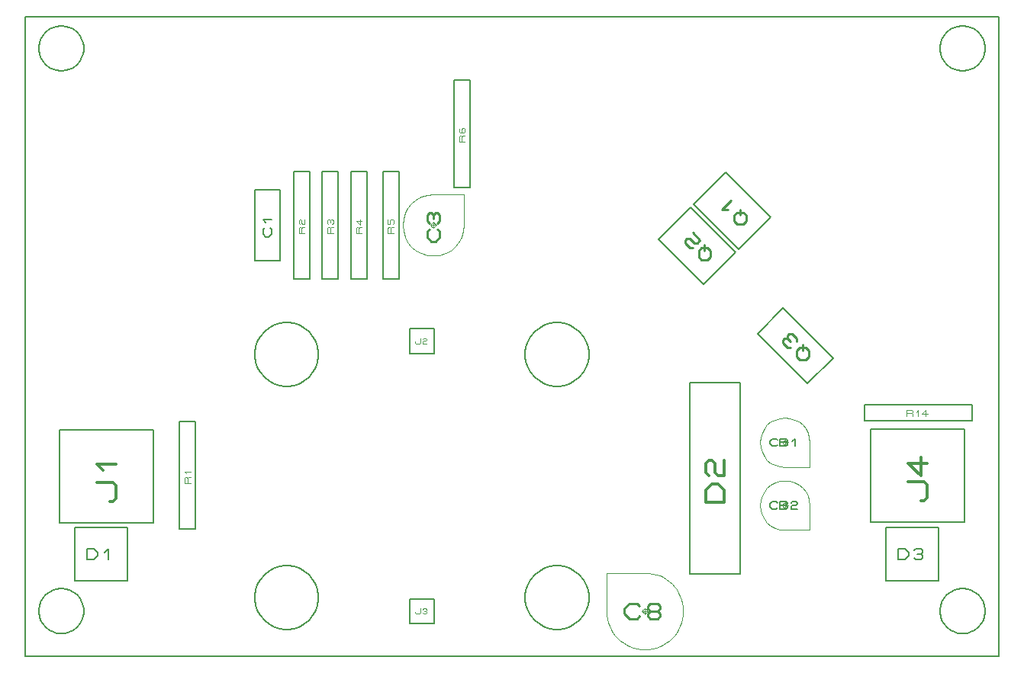
<source format=gbr>
G04 PROTEUS RS274X GERBER FILE*
%FSLAX45Y45*%
%MOMM*%
G01*
%ADD19C,0.203200*%
%ADD48C,0.345440*%
%ADD49C,0.091440*%
%ADD50C,0.240790*%
%ADD51C,0.336190*%
%ADD52C,0.050000*%
%ADD53C,0.138750*%
%ADD54C,0.235370*%
%ADD55C,0.228330*%
%ADD56C,0.106680*%
%ADD57C,0.164590*%
%ADD58C,0.285000*%
%ADD59C,0.197270*%
%TD.AperFunction*%
D19*
X-18160Y-1022160D02*
X+1018160Y-1022160D01*
X+1018160Y+14160D01*
X-18160Y+14160D01*
X-18160Y-1022160D01*
D48*
X+534544Y-780352D02*
X+569088Y-780352D01*
X+603632Y-745808D01*
X+603632Y-607632D01*
X+569088Y-573088D01*
X+396368Y-573088D01*
X+465456Y-434912D02*
X+396368Y-365824D01*
X+603632Y-365824D01*
D19*
X+3862840Y-2137160D02*
X+4137160Y-2137160D01*
X+4137160Y-1862840D01*
X+3862840Y-1862840D01*
X+3862840Y-2137160D01*
D49*
X+3926848Y-2009144D02*
X+3926848Y-2018288D01*
X+3935992Y-2027432D01*
X+3972568Y-2027432D01*
X+3981712Y-2018288D01*
X+3981712Y-1972568D01*
X+4009144Y-1981712D02*
X+4018288Y-1972568D01*
X+4045720Y-1972568D01*
X+4054864Y-1981712D01*
X+4054864Y-1990856D01*
X+4045720Y-2000000D01*
X+4054864Y-2009144D01*
X+4054864Y-2018288D01*
X+4045720Y-2027432D01*
X+4018288Y-2027432D01*
X+4009144Y-2018288D01*
X+4027432Y-2000000D02*
X+4045720Y-2000000D01*
D19*
X+3862840Y+862840D02*
X+4137160Y+862840D01*
X+4137160Y+1137160D01*
X+3862840Y+1137160D01*
X+3862840Y+862840D01*
D49*
X+3926848Y+990856D02*
X+3926848Y+981712D01*
X+3935992Y+972568D01*
X+3972568Y+972568D01*
X+3981712Y+981712D01*
X+3981712Y+1027432D01*
X+4009144Y+1018288D02*
X+4018288Y+1027432D01*
X+4045720Y+1027432D01*
X+4054864Y+1018288D01*
X+4054864Y+1009144D01*
X+4045720Y+1000000D01*
X+4018288Y+1000000D01*
X+4009144Y+990856D01*
X+4009144Y+972568D01*
X+4054864Y+972568D01*
D19*
X+7726421Y+1079605D02*
X+8279605Y+526421D01*
X+8563381Y+810197D01*
X+8010197Y+1363381D01*
X+7726421Y+1079605D01*
D50*
X+8264087Y+791663D02*
X+8195981Y+791663D01*
X+8161928Y+825716D01*
X+8161928Y+893821D01*
X+8195982Y+927875D01*
X+8264087Y+927875D01*
X+8298140Y+893822D01*
X+8298140Y+825716D01*
X+8264087Y+791663D01*
X+8230035Y+893822D02*
X+8230035Y+961928D01*
X+8093822Y+927875D02*
X+8059769Y+927875D01*
X+8008690Y+978954D01*
X+8008690Y+1013007D01*
X+8025716Y+1030033D01*
X+8059769Y+1030033D01*
X+8059770Y+1064087D01*
X+8076796Y+1081113D01*
X+8110849Y+1081113D01*
X+8161928Y+1030034D01*
X+8161928Y+995981D01*
X+8093822Y+995980D02*
X+8059769Y+1030033D01*
D19*
X+6969840Y-1590500D02*
X+7530160Y-1590500D01*
X+7530160Y+540500D01*
X+6969840Y+540500D01*
X+6969840Y-1590500D01*
D51*
X+7350858Y-793953D02*
X+7149143Y-793953D01*
X+7149143Y-659477D01*
X+7216381Y-592239D01*
X+7283620Y-592239D01*
X+7350858Y-659477D01*
X+7350858Y-793953D01*
X+7182762Y-491381D02*
X+7149143Y-457762D01*
X+7149143Y-356905D01*
X+7182762Y-323286D01*
X+7216381Y-323286D01*
X+7250000Y-356905D01*
X+7250000Y-457762D01*
X+7283620Y-491381D01*
X+7350858Y-491381D01*
X+7350858Y-323286D01*
D52*
X+8053000Y-127000D02*
X+8052914Y-124924D01*
X+8052212Y-120771D01*
X+8050742Y-116618D01*
X+8048340Y-112465D01*
X+8044667Y-108366D01*
X+8040514Y-105357D01*
X+8036361Y-103440D01*
X+8032208Y-102357D01*
X+8028055Y-102000D01*
X+8028000Y-102000D01*
X+8003000Y-127000D02*
X+8003086Y-124924D01*
X+8003788Y-120771D01*
X+8005258Y-116618D01*
X+8007660Y-112465D01*
X+8011333Y-108366D01*
X+8015486Y-105357D01*
X+8019639Y-103440D01*
X+8023792Y-102357D01*
X+8027945Y-102000D01*
X+8028000Y-102000D01*
X+8003000Y-127000D02*
X+8003086Y-129076D01*
X+8003788Y-133229D01*
X+8005258Y-137382D01*
X+8007660Y-141535D01*
X+8011333Y-145634D01*
X+8015486Y-148643D01*
X+8019639Y-150560D01*
X+8023792Y-151643D01*
X+8027945Y-152000D01*
X+8028000Y-152000D01*
X+8053000Y-127000D02*
X+8052914Y-129076D01*
X+8052212Y-133229D01*
X+8050742Y-137382D01*
X+8048340Y-141535D01*
X+8044667Y-145634D01*
X+8040514Y-148643D01*
X+8036361Y-150560D01*
X+8032208Y-151643D01*
X+8028055Y-152000D01*
X+8028000Y-152000D01*
X+7993000Y-127000D02*
X+8063000Y-127000D01*
X+8028000Y-162000D02*
X+8028000Y-92000D01*
X+8303000Y-402000D02*
X+8303000Y-127000D01*
X+8297528Y-70772D01*
X+8281784Y-18773D01*
X+8256775Y+27989D01*
X+8223508Y+68508D01*
X+8182990Y+101775D01*
X+8136227Y+126784D01*
X+8084228Y+142528D01*
X+8028000Y+148000D01*
X+7971772Y+142528D01*
X+7919773Y+126784D01*
X+7873010Y+101775D01*
X+7832492Y+68508D01*
X+7799225Y+27989D01*
X+7774216Y-18773D01*
X+7758472Y-70772D01*
X+7753000Y-127000D01*
X+7758472Y-183228D01*
X+7774216Y-235227D01*
X+7799225Y-281989D01*
X+7832492Y-322508D01*
X+7873010Y-355775D01*
X+7919773Y-380784D01*
X+7971772Y-396528D01*
X+8028000Y-402000D01*
X+8303000Y-402000D01*
D53*
X+7944750Y-154750D02*
X+7930875Y-168625D01*
X+7889250Y-168625D01*
X+7861500Y-140875D01*
X+7861500Y-113125D01*
X+7889250Y-85375D01*
X+7930875Y-85375D01*
X+7944750Y-99250D01*
X+7972500Y-168625D02*
X+7972500Y-85375D01*
X+8041875Y-85375D01*
X+8055750Y-99250D01*
X+8055750Y-113125D01*
X+8041875Y-127000D01*
X+8055750Y-140875D01*
X+8055750Y-154750D01*
X+8041875Y-168625D01*
X+7972500Y-168625D01*
X+7972500Y-127000D02*
X+8041875Y-127000D01*
X+8111250Y-113125D02*
X+8139000Y-85375D01*
X+8139000Y-168625D01*
D52*
X+8053000Y-825500D02*
X+8052914Y-823424D01*
X+8052212Y-819271D01*
X+8050742Y-815118D01*
X+8048340Y-810965D01*
X+8044667Y-806866D01*
X+8040514Y-803857D01*
X+8036361Y-801940D01*
X+8032208Y-800857D01*
X+8028055Y-800500D01*
X+8028000Y-800500D01*
X+8003000Y-825500D02*
X+8003086Y-823424D01*
X+8003788Y-819271D01*
X+8005258Y-815118D01*
X+8007660Y-810965D01*
X+8011333Y-806866D01*
X+8015486Y-803857D01*
X+8019639Y-801940D01*
X+8023792Y-800857D01*
X+8027945Y-800500D01*
X+8028000Y-800500D01*
X+8003000Y-825500D02*
X+8003086Y-827576D01*
X+8003788Y-831729D01*
X+8005258Y-835882D01*
X+8007660Y-840035D01*
X+8011333Y-844134D01*
X+8015486Y-847143D01*
X+8019639Y-849060D01*
X+8023792Y-850143D01*
X+8027945Y-850500D01*
X+8028000Y-850500D01*
X+8053000Y-825500D02*
X+8052914Y-827576D01*
X+8052212Y-831729D01*
X+8050742Y-835882D01*
X+8048340Y-840035D01*
X+8044667Y-844134D01*
X+8040514Y-847143D01*
X+8036361Y-849060D01*
X+8032208Y-850143D01*
X+8028055Y-850500D01*
X+8028000Y-850500D01*
X+7993000Y-825500D02*
X+8063000Y-825500D01*
X+8028000Y-860500D02*
X+8028000Y-790500D01*
X+8303000Y-1100500D02*
X+8303000Y-825500D01*
X+8297528Y-769272D01*
X+8281784Y-717273D01*
X+8256775Y-670511D01*
X+8223508Y-629992D01*
X+8182990Y-596725D01*
X+8136227Y-571716D01*
X+8084228Y-555972D01*
X+8028000Y-550500D01*
X+7971772Y-555972D01*
X+7919773Y-571716D01*
X+7873010Y-596725D01*
X+7832492Y-629992D01*
X+7799225Y-670511D01*
X+7774216Y-717273D01*
X+7758472Y-769272D01*
X+7753000Y-825500D01*
X+7758472Y-881728D01*
X+7774216Y-933727D01*
X+7799225Y-980489D01*
X+7832492Y-1021008D01*
X+7873010Y-1054275D01*
X+7919773Y-1079284D01*
X+7971772Y-1095028D01*
X+8028000Y-1100500D01*
X+8303000Y-1100500D01*
D53*
X+7944750Y-853250D02*
X+7930875Y-867125D01*
X+7889250Y-867125D01*
X+7861500Y-839375D01*
X+7861500Y-811625D01*
X+7889250Y-783875D01*
X+7930875Y-783875D01*
X+7944750Y-797750D01*
X+7972500Y-867125D02*
X+7972500Y-783875D01*
X+8041875Y-783875D01*
X+8055750Y-797750D01*
X+8055750Y-811625D01*
X+8041875Y-825500D01*
X+8055750Y-839375D01*
X+8055750Y-853250D01*
X+8041875Y-867125D01*
X+7972500Y-867125D01*
X+7972500Y-825500D02*
X+8041875Y-825500D01*
X+8097375Y-797750D02*
X+8111250Y-783875D01*
X+8152875Y-783875D01*
X+8166750Y-797750D01*
X+8166750Y-811625D01*
X+8152875Y-825500D01*
X+8111250Y-825500D01*
X+8097375Y-839375D01*
X+8097375Y-867125D01*
X+8166750Y-867125D01*
D19*
X+8981840Y-1014160D02*
X+10018160Y-1014160D01*
X+10018160Y+22160D01*
X+8981840Y+22160D01*
X+8981840Y-1014160D01*
D48*
X+9534544Y-772352D02*
X+9569088Y-772352D01*
X+9603632Y-737808D01*
X+9603632Y-599632D01*
X+9569088Y-565088D01*
X+9396368Y-565088D01*
X+9534544Y-288736D02*
X+9534544Y-496000D01*
X+9396368Y-357824D01*
X+9603632Y-357824D01*
D19*
X-400000Y-2500000D02*
X+10400000Y-2500000D01*
X+10400000Y+4600000D01*
X-400000Y+4600000D01*
X-400000Y-2500000D01*
X+7873579Y+2374276D02*
X+7374276Y+2873579D01*
X+7018658Y+2517961D01*
X+7517961Y+2018658D01*
X+7873579Y+2374276D01*
D54*
X+7562621Y+2296328D02*
X+7496048Y+2296328D01*
X+7462761Y+2329615D01*
X+7462762Y+2396188D01*
X+7496048Y+2429474D01*
X+7562621Y+2429475D01*
X+7595908Y+2396188D01*
X+7595908Y+2329615D01*
X+7562621Y+2296328D01*
X+7529334Y+2396188D02*
X+7529335Y+2462761D01*
X+7396188Y+2462762D02*
X+7329614Y+2462762D01*
X+7429474Y+2562622D01*
D19*
X+6626421Y+2125724D02*
X+7125724Y+1626421D01*
X+7481342Y+1982039D01*
X+6982039Y+2481342D01*
X+6626421Y+2125724D01*
D54*
X+7170385Y+1904092D02*
X+7103812Y+1904092D01*
X+7070525Y+1937379D01*
X+7070526Y+2003952D01*
X+7103812Y+2037238D01*
X+7170385Y+2037239D01*
X+7203672Y+2003952D01*
X+7203672Y+1937379D01*
X+7170385Y+1904092D01*
X+7137098Y+2003952D02*
X+7137099Y+2070525D01*
X+7003951Y+2037239D02*
X+6970665Y+2037239D01*
X+6920735Y+2087169D01*
X+6920735Y+2120455D01*
X+6937379Y+2137099D01*
X+6970665Y+2137099D01*
X+7020595Y+2087169D01*
X+7053881Y+2087169D01*
X+7087168Y+2120456D01*
X+7003952Y+2203672D01*
D52*
X+4152500Y+2288000D02*
X+4152414Y+2290076D01*
X+4151712Y+2294229D01*
X+4150242Y+2298382D01*
X+4147840Y+2302535D01*
X+4144167Y+2306634D01*
X+4140014Y+2309643D01*
X+4135861Y+2311560D01*
X+4131708Y+2312643D01*
X+4127555Y+2313000D01*
X+4127500Y+2313000D01*
X+4102500Y+2288000D02*
X+4102586Y+2290076D01*
X+4103288Y+2294229D01*
X+4104758Y+2298382D01*
X+4107160Y+2302535D01*
X+4110833Y+2306634D01*
X+4114986Y+2309643D01*
X+4119139Y+2311560D01*
X+4123292Y+2312643D01*
X+4127445Y+2313000D01*
X+4127500Y+2313000D01*
X+4102500Y+2288000D02*
X+4102586Y+2285924D01*
X+4103288Y+2281771D01*
X+4104758Y+2277618D01*
X+4107160Y+2273465D01*
X+4110833Y+2269366D01*
X+4114986Y+2266357D01*
X+4119139Y+2264440D01*
X+4123292Y+2263357D01*
X+4127445Y+2263000D01*
X+4127500Y+2263000D01*
X+4152500Y+2288000D02*
X+4152414Y+2285924D01*
X+4151712Y+2281771D01*
X+4150242Y+2277618D01*
X+4147840Y+2273465D01*
X+4144167Y+2269366D01*
X+4140014Y+2266357D01*
X+4135861Y+2264440D01*
X+4131708Y+2263357D01*
X+4127555Y+2263000D01*
X+4127500Y+2263000D01*
X+4127500Y+2253000D02*
X+4127500Y+2323000D01*
X+4162500Y+2288000D02*
X+4092500Y+2288000D01*
X+4467500Y+2628000D02*
X+4127500Y+2628000D01*
X+4057981Y+2621235D01*
X+3993691Y+2601770D01*
X+3935876Y+2570849D01*
X+3885781Y+2529719D01*
X+3844651Y+2479624D01*
X+3813730Y+2421809D01*
X+3794265Y+2357519D01*
X+3787500Y+2288000D01*
X+3794265Y+2218481D01*
X+3813730Y+2154191D01*
X+3844651Y+2096376D01*
X+3885781Y+2046281D01*
X+3935876Y+2005151D01*
X+3993691Y+1974230D01*
X+4057981Y+1954765D01*
X+4127500Y+1948000D01*
X+4197019Y+1954765D01*
X+4261309Y+1974230D01*
X+4319124Y+2005151D01*
X+4369219Y+2046281D01*
X+4410349Y+2096376D01*
X+4441270Y+2154191D01*
X+4460735Y+2218481D01*
X+4467500Y+2288000D01*
X+4467500Y+2628000D01*
D55*
X+4173167Y+2242333D02*
X+4196000Y+2219500D01*
X+4196000Y+2151000D01*
X+4150333Y+2105334D01*
X+4104667Y+2105334D01*
X+4059000Y+2151000D01*
X+4059000Y+2219500D01*
X+4081833Y+2242333D01*
X+4081833Y+2310833D02*
X+4059000Y+2333666D01*
X+4059000Y+2402166D01*
X+4081833Y+2424999D01*
X+4104667Y+2424999D01*
X+4127500Y+2402166D01*
X+4150333Y+2424999D01*
X+4173167Y+2424999D01*
X+4196000Y+2402166D01*
X+4196000Y+2333666D01*
X+4173167Y+2310833D01*
X+4127500Y+2356499D02*
X+4127500Y+2402166D01*
D19*
X+4356100Y+2705100D02*
X+4533900Y+2705100D01*
X+4533900Y+3898900D01*
X+4356100Y+3898900D01*
X+4356100Y+2705100D01*
D56*
X+4477004Y+3216656D02*
X+4412996Y+3216656D01*
X+4412996Y+3269996D01*
X+4423664Y+3280664D01*
X+4434332Y+3280664D01*
X+4445000Y+3269996D01*
X+4445000Y+3216656D01*
X+4445000Y+3269996D02*
X+4455668Y+3280664D01*
X+4477004Y+3280664D01*
X+4423664Y+3366008D02*
X+4412996Y+3355340D01*
X+4412996Y+3323336D01*
X+4423664Y+3312668D01*
X+4466336Y+3312668D01*
X+4477004Y+3323336D01*
X+4477004Y+3355340D01*
X+4466336Y+3366008D01*
X+4455668Y+3366008D01*
X+4445000Y+3355340D01*
X+4445000Y+3312668D01*
D19*
X+2578100Y+1689100D02*
X+2755900Y+1689100D01*
X+2755900Y+2882900D01*
X+2578100Y+2882900D01*
X+2578100Y+1689100D01*
D56*
X+2699004Y+2200656D02*
X+2634996Y+2200656D01*
X+2634996Y+2253996D01*
X+2645664Y+2264664D01*
X+2656332Y+2264664D01*
X+2667000Y+2253996D01*
X+2667000Y+2200656D01*
X+2667000Y+2253996D02*
X+2677668Y+2264664D01*
X+2699004Y+2264664D01*
X+2645664Y+2296668D02*
X+2634996Y+2307336D01*
X+2634996Y+2339340D01*
X+2645664Y+2350008D01*
X+2656332Y+2350008D01*
X+2667000Y+2339340D01*
X+2667000Y+2307336D01*
X+2677668Y+2296668D01*
X+2699004Y+2296668D01*
X+2699004Y+2350008D01*
D19*
X+2148840Y+1894840D02*
X+2423160Y+1894840D01*
X+2423160Y+2677160D01*
X+2148840Y+2677160D01*
X+2148840Y+1894840D01*
D57*
X+2318919Y+2253081D02*
X+2335378Y+2236622D01*
X+2335378Y+2187245D01*
X+2302460Y+2154327D01*
X+2269541Y+2154327D01*
X+2236623Y+2187245D01*
X+2236623Y+2236622D01*
X+2253082Y+2253081D01*
X+2269541Y+2318918D02*
X+2236623Y+2351836D01*
X+2335378Y+2351836D01*
D19*
X+3567100Y+1689100D02*
X+3744900Y+1689100D01*
X+3744900Y+2882900D01*
X+3567100Y+2882900D01*
X+3567100Y+1689100D01*
D56*
X+3688004Y+2200656D02*
X+3623996Y+2200656D01*
X+3623996Y+2253996D01*
X+3634664Y+2264664D01*
X+3645332Y+2264664D01*
X+3656000Y+2253996D01*
X+3656000Y+2200656D01*
X+3656000Y+2253996D02*
X+3666668Y+2264664D01*
X+3688004Y+2264664D01*
X+3623996Y+2350008D02*
X+3623996Y+2296668D01*
X+3645332Y+2296668D01*
X+3645332Y+2339340D01*
X+3656000Y+2350008D01*
X+3677336Y+2350008D01*
X+3688004Y+2339340D01*
X+3688004Y+2307336D01*
X+3677336Y+2296668D01*
D19*
X+3213100Y+1689100D02*
X+3390900Y+1689100D01*
X+3390900Y+2882900D01*
X+3213100Y+2882900D01*
X+3213100Y+1689100D01*
D56*
X+3334004Y+2200656D02*
X+3269996Y+2200656D01*
X+3269996Y+2253996D01*
X+3280664Y+2264664D01*
X+3291332Y+2264664D01*
X+3302000Y+2253996D01*
X+3302000Y+2200656D01*
X+3302000Y+2253996D02*
X+3312668Y+2264664D01*
X+3334004Y+2264664D01*
X+3312668Y+2350008D02*
X+3312668Y+2286000D01*
X+3269996Y+2328672D01*
X+3334004Y+2328672D01*
D19*
X+2895600Y+1689100D02*
X+3073400Y+1689100D01*
X+3073400Y+2882900D01*
X+2895600Y+2882900D01*
X+2895600Y+1689100D01*
D56*
X+3016504Y+2200656D02*
X+2952496Y+2200656D01*
X+2952496Y+2253996D01*
X+2963164Y+2264664D01*
X+2973832Y+2264664D01*
X+2984500Y+2253996D01*
X+2984500Y+2200656D01*
X+2984500Y+2253996D02*
X+2995168Y+2264664D01*
X+3016504Y+2264664D01*
X+2963164Y+2296668D02*
X+2952496Y+2307336D01*
X+2952496Y+2339340D01*
X+2963164Y+2350008D01*
X+2973832Y+2350008D01*
X+2984500Y+2339340D01*
X+2995168Y+2350008D01*
X+3005836Y+2350008D01*
X+3016504Y+2339340D01*
X+3016504Y+2307336D01*
X+3005836Y+2296668D01*
X+2984500Y+2318004D02*
X+2984500Y+2339340D01*
D52*
X+6500000Y-2000000D02*
X+6499914Y-1997924D01*
X+6499212Y-1993771D01*
X+6497742Y-1989618D01*
X+6495340Y-1985465D01*
X+6491667Y-1981366D01*
X+6487514Y-1978357D01*
X+6483361Y-1976440D01*
X+6479208Y-1975357D01*
X+6475055Y-1975000D01*
X+6475000Y-1975000D01*
X+6450000Y-2000000D02*
X+6450086Y-1997924D01*
X+6450788Y-1993771D01*
X+6452258Y-1989618D01*
X+6454660Y-1985465D01*
X+6458333Y-1981366D01*
X+6462486Y-1978357D01*
X+6466639Y-1976440D01*
X+6470792Y-1975357D01*
X+6474945Y-1975000D01*
X+6475000Y-1975000D01*
X+6450000Y-2000000D02*
X+6450086Y-2002076D01*
X+6450788Y-2006229D01*
X+6452258Y-2010382D01*
X+6454660Y-2014535D01*
X+6458333Y-2018634D01*
X+6462486Y-2021643D01*
X+6466639Y-2023560D01*
X+6470792Y-2024643D01*
X+6474945Y-2025000D01*
X+6475000Y-2025000D01*
X+6500000Y-2000000D02*
X+6499914Y-2002076D01*
X+6499212Y-2006229D01*
X+6497742Y-2010382D01*
X+6495340Y-2014535D01*
X+6491667Y-2018634D01*
X+6487514Y-2021643D01*
X+6483361Y-2023560D01*
X+6479208Y-2024643D01*
X+6475055Y-2025000D01*
X+6475000Y-2025000D01*
X+6510000Y-2000000D02*
X+6440000Y-2000000D01*
X+6475000Y-1965000D02*
X+6475000Y-2035000D01*
X+6050000Y-1575000D02*
X+6050000Y-2000000D01*
X+6052146Y-2044169D01*
X+6058456Y-2086899D01*
X+6068735Y-2127994D01*
X+6082788Y-2167261D01*
X+6100421Y-2204504D01*
X+6121439Y-2239529D01*
X+6145647Y-2272142D01*
X+6172852Y-2302148D01*
X+6202858Y-2329353D01*
X+6235471Y-2353561D01*
X+6270496Y-2374579D01*
X+6307740Y-2392212D01*
X+6347006Y-2406265D01*
X+6388101Y-2416544D01*
X+6430831Y-2422853D01*
X+6475000Y-2425000D01*
X+6519169Y-2422853D01*
X+6561899Y-2416544D01*
X+6602994Y-2406265D01*
X+6642260Y-2392212D01*
X+6679504Y-2374579D01*
X+6714529Y-2353561D01*
X+6747142Y-2329353D01*
X+6777148Y-2302148D01*
X+6804353Y-2272142D01*
X+6828561Y-2239529D01*
X+6849579Y-2204504D01*
X+6867212Y-2167261D01*
X+6881265Y-2127994D01*
X+6891544Y-2086899D01*
X+6897854Y-2044169D01*
X+6900000Y-2000000D01*
X+6897854Y-1955831D01*
X+6891544Y-1913101D01*
X+6881265Y-1872006D01*
X+6867212Y-1832739D01*
X+6849579Y-1795496D01*
X+6828561Y-1760471D01*
X+6804353Y-1727858D01*
X+6777148Y-1697852D01*
X+6747142Y-1670647D01*
X+6714529Y-1646439D01*
X+6679504Y-1625421D01*
X+6642260Y-1607788D01*
X+6602994Y-1593735D01*
X+6561899Y-1583456D01*
X+6519169Y-1577147D01*
X+6475000Y-1575000D01*
X+6050000Y-1575000D01*
D58*
X+6418000Y-2057000D02*
X+6389500Y-2085500D01*
X+6304000Y-2085500D01*
X+6247000Y-2028500D01*
X+6247000Y-1971500D01*
X+6304000Y-1914500D01*
X+6389500Y-1914500D01*
X+6418000Y-1943000D01*
X+6532000Y-2000000D02*
X+6503500Y-1971500D01*
X+6503500Y-1943000D01*
X+6532000Y-1914500D01*
X+6617500Y-1914500D01*
X+6646000Y-1943000D01*
X+6646000Y-1971500D01*
X+6617500Y-2000000D01*
X+6532000Y-2000000D01*
X+6503500Y-2028500D01*
X+6503500Y-2057000D01*
X+6532000Y-2085500D01*
X+6617500Y-2085500D01*
X+6646000Y-2057000D01*
X+6646000Y-2028500D01*
X+6617500Y-2000000D01*
D19*
X+145340Y-1664160D02*
X+737160Y-1664160D01*
X+737160Y-1072340D01*
X+145340Y-1072340D01*
X+145340Y-1664160D01*
D59*
X+283432Y-1427432D02*
X+283432Y-1309068D01*
X+362341Y-1309068D01*
X+401795Y-1348523D01*
X+401795Y-1387977D01*
X+362341Y-1427432D01*
X+283432Y-1427432D01*
X+480704Y-1348523D02*
X+520159Y-1309068D01*
X+520159Y-1427432D01*
D19*
X+1311100Y-1088900D02*
X+1488900Y-1088900D01*
X+1488900Y+104900D01*
X+1311100Y+104900D01*
X+1311100Y-1088900D01*
D56*
X+1432004Y-577344D02*
X+1367996Y-577344D01*
X+1367996Y-524004D01*
X+1378664Y-513336D01*
X+1389332Y-513336D01*
X+1400000Y-524004D01*
X+1400000Y-577344D01*
X+1400000Y-524004D02*
X+1410668Y-513336D01*
X+1432004Y-513336D01*
X+1389332Y-470664D02*
X+1367996Y-449328D01*
X+1432004Y-449328D01*
D19*
X+9145340Y-1664160D02*
X+9737160Y-1664160D01*
X+9737160Y-1072340D01*
X+9145340Y-1072340D01*
X+9145340Y-1664160D01*
D59*
X+9283432Y-1427432D02*
X+9283432Y-1309068D01*
X+9362341Y-1309068D01*
X+9401795Y-1348523D01*
X+9401795Y-1387977D01*
X+9362341Y-1427432D01*
X+9283432Y-1427432D01*
X+9460977Y-1328795D02*
X+9480704Y-1309068D01*
X+9539886Y-1309068D01*
X+9559613Y-1328795D01*
X+9559613Y-1348523D01*
X+9539886Y-1368250D01*
X+9559613Y-1387977D01*
X+9559613Y-1407705D01*
X+9539886Y-1427432D01*
X+9480704Y-1427432D01*
X+9460977Y-1407705D01*
X+9500431Y-1368250D02*
X+9539886Y-1368250D01*
D19*
X+8911100Y+111100D02*
X+10104900Y+111100D01*
X+10104900Y+288900D01*
X+8911100Y+288900D01*
X+8911100Y+111100D01*
D56*
X+9379984Y+167996D02*
X+9379984Y+232004D01*
X+9433324Y+232004D01*
X+9443992Y+221336D01*
X+9443992Y+210668D01*
X+9433324Y+200000D01*
X+9379984Y+200000D01*
X+9433324Y+200000D02*
X+9443992Y+189332D01*
X+9443992Y+167996D01*
X+9486664Y+210668D02*
X+9508000Y+232004D01*
X+9508000Y+167996D01*
X+9614680Y+189332D02*
X+9550672Y+189332D01*
X+9593344Y+232004D01*
X+9593344Y+167996D01*
D19*
X+250000Y-2000000D02*
X+249185Y-1979829D01*
X+242566Y-1939486D01*
X+228753Y-1899143D01*
X+206307Y-1858800D01*
X+172010Y-1818582D01*
X+131667Y-1787482D01*
X+91324Y-1767277D01*
X+50981Y-1755253D01*
X+10638Y-1750226D01*
X+0Y-1750000D01*
X-250000Y-2000000D02*
X-249185Y-1979829D01*
X-242566Y-1939486D01*
X-228753Y-1899143D01*
X-206307Y-1858800D01*
X-172010Y-1818582D01*
X-131667Y-1787482D01*
X-91324Y-1767277D01*
X-50981Y-1755253D01*
X-10638Y-1750226D01*
X+0Y-1750000D01*
X-250000Y-2000000D02*
X-249185Y-2020171D01*
X-242566Y-2060514D01*
X-228753Y-2100857D01*
X-206307Y-2141200D01*
X-172010Y-2181418D01*
X-131667Y-2212518D01*
X-91324Y-2232723D01*
X-50981Y-2244747D01*
X-10638Y-2249774D01*
X+0Y-2250000D01*
X+250000Y-2000000D02*
X+249185Y-2020171D01*
X+242566Y-2060514D01*
X+228753Y-2100857D01*
X+206307Y-2141200D01*
X+172010Y-2181418D01*
X+131667Y-2212518D01*
X+91324Y-2232723D01*
X+50981Y-2244747D01*
X+10638Y-2249774D01*
X+0Y-2250000D01*
X+10250000Y-2000000D02*
X+10249185Y-1979829D01*
X+10242566Y-1939486D01*
X+10228753Y-1899143D01*
X+10206307Y-1858800D01*
X+10172010Y-1818582D01*
X+10131667Y-1787482D01*
X+10091324Y-1767277D01*
X+10050981Y-1755253D01*
X+10010638Y-1750226D01*
X+10000000Y-1750000D01*
X+9750000Y-2000000D02*
X+9750815Y-1979829D01*
X+9757434Y-1939486D01*
X+9771247Y-1899143D01*
X+9793693Y-1858800D01*
X+9827990Y-1818582D01*
X+9868333Y-1787482D01*
X+9908676Y-1767277D01*
X+9949019Y-1755253D01*
X+9989362Y-1750226D01*
X+10000000Y-1750000D01*
X+9750000Y-2000000D02*
X+9750815Y-2020171D01*
X+9757434Y-2060514D01*
X+9771247Y-2100857D01*
X+9793693Y-2141200D01*
X+9827990Y-2181418D01*
X+9868333Y-2212518D01*
X+9908676Y-2232723D01*
X+9949019Y-2244747D01*
X+9989362Y-2249774D01*
X+10000000Y-2250000D01*
X+10250000Y-2000000D02*
X+10249185Y-2020171D01*
X+10242566Y-2060514D01*
X+10228753Y-2100857D01*
X+10206307Y-2141200D01*
X+10172010Y-2181418D01*
X+10131667Y-2212518D01*
X+10091324Y-2232723D01*
X+10050981Y-2244747D01*
X+10010638Y-2249774D01*
X+10000000Y-2250000D01*
X+10250000Y+4250000D02*
X+10249185Y+4270171D01*
X+10242566Y+4310514D01*
X+10228753Y+4350857D01*
X+10206307Y+4391200D01*
X+10172010Y+4431418D01*
X+10131667Y+4462518D01*
X+10091324Y+4482723D01*
X+10050981Y+4494747D01*
X+10010638Y+4499774D01*
X+10000000Y+4500000D01*
X+9750000Y+4250000D02*
X+9750815Y+4270171D01*
X+9757434Y+4310514D01*
X+9771247Y+4350857D01*
X+9793693Y+4391200D01*
X+9827990Y+4431418D01*
X+9868333Y+4462518D01*
X+9908676Y+4482723D01*
X+9949019Y+4494747D01*
X+9989362Y+4499774D01*
X+10000000Y+4500000D01*
X+9750000Y+4250000D02*
X+9750815Y+4229829D01*
X+9757434Y+4189486D01*
X+9771247Y+4149143D01*
X+9793693Y+4108800D01*
X+9827990Y+4068582D01*
X+9868333Y+4037482D01*
X+9908676Y+4017277D01*
X+9949019Y+4005253D01*
X+9989362Y+4000226D01*
X+10000000Y+4000000D01*
X+10250000Y+4250000D02*
X+10249185Y+4229829D01*
X+10242566Y+4189486D01*
X+10228753Y+4149143D01*
X+10206307Y+4108800D01*
X+10172010Y+4068582D01*
X+10131667Y+4037482D01*
X+10091324Y+4017277D01*
X+10050981Y+4005253D01*
X+10010638Y+4000226D01*
X+10000000Y+4000000D01*
X+250000Y+4250000D02*
X+249185Y+4270171D01*
X+242566Y+4310514D01*
X+228753Y+4350857D01*
X+206307Y+4391200D01*
X+172010Y+4431418D01*
X+131667Y+4462518D01*
X+91324Y+4482723D01*
X+50981Y+4494747D01*
X+10638Y+4499774D01*
X+0Y+4500000D01*
X-250000Y+4250000D02*
X-249185Y+4270171D01*
X-242566Y+4310514D01*
X-228753Y+4350857D01*
X-206307Y+4391200D01*
X-172010Y+4431418D01*
X-131667Y+4462518D01*
X-91324Y+4482723D01*
X-50981Y+4494747D01*
X-10638Y+4499774D01*
X+0Y+4500000D01*
X-250000Y+4250000D02*
X-249185Y+4229829D01*
X-242566Y+4189486D01*
X-228753Y+4149143D01*
X-206307Y+4108800D01*
X-172010Y+4068582D01*
X-131667Y+4037482D01*
X-91324Y+4017277D01*
X-50981Y+4005253D01*
X-10638Y+4000226D01*
X+0Y+4000000D01*
X+250000Y+4250000D02*
X+249185Y+4229829D01*
X+242566Y+4189486D01*
X+228753Y+4149143D01*
X+206307Y+4108800D01*
X+172010Y+4068582D01*
X+131667Y+4037482D01*
X+91324Y+4017277D01*
X+50981Y+4005253D01*
X+10638Y+4000226D01*
X+0Y+4000000D01*
X+2853553Y+850000D02*
X+2852430Y+878155D01*
X+2843315Y+934467D01*
X+2824316Y+990779D01*
X+2793521Y+1047091D01*
X+2746596Y+1103358D01*
X+2690284Y+1147979D01*
X+2633972Y+1177187D01*
X+2577660Y+1194918D01*
X+2521348Y+1202908D01*
X+2500000Y+1203553D01*
X+2146447Y+850000D02*
X+2147570Y+878155D01*
X+2156685Y+934467D01*
X+2175684Y+990779D01*
X+2206479Y+1047091D01*
X+2253404Y+1103358D01*
X+2309716Y+1147979D01*
X+2366028Y+1177187D01*
X+2422340Y+1194918D01*
X+2478652Y+1202908D01*
X+2500000Y+1203553D01*
X+2146447Y+850000D02*
X+2147570Y+821845D01*
X+2156685Y+765533D01*
X+2175684Y+709221D01*
X+2206479Y+652909D01*
X+2253404Y+596642D01*
X+2309716Y+552021D01*
X+2366028Y+522813D01*
X+2422340Y+505082D01*
X+2478652Y+497092D01*
X+2500000Y+496447D01*
X+2853553Y+850000D02*
X+2852430Y+821845D01*
X+2843315Y+765533D01*
X+2824316Y+709221D01*
X+2793521Y+652909D01*
X+2746596Y+596642D01*
X+2690284Y+552021D01*
X+2633972Y+522813D01*
X+2577660Y+505082D01*
X+2521348Y+497092D01*
X+2500000Y+496447D01*
X+2853553Y-1850000D02*
X+2852430Y-1821845D01*
X+2843315Y-1765533D01*
X+2824316Y-1709221D01*
X+2793521Y-1652909D01*
X+2746596Y-1596642D01*
X+2690284Y-1552021D01*
X+2633972Y-1522813D01*
X+2577660Y-1505082D01*
X+2521348Y-1497092D01*
X+2500000Y-1496447D01*
X+2146447Y-1850000D02*
X+2147570Y-1821845D01*
X+2156685Y-1765533D01*
X+2175684Y-1709221D01*
X+2206479Y-1652909D01*
X+2253404Y-1596642D01*
X+2309716Y-1552021D01*
X+2366028Y-1522813D01*
X+2422340Y-1505082D01*
X+2478652Y-1497092D01*
X+2500000Y-1496447D01*
X+2146447Y-1850000D02*
X+2147570Y-1878155D01*
X+2156685Y-1934467D01*
X+2175684Y-1990779D01*
X+2206479Y-2047091D01*
X+2253404Y-2103358D01*
X+2309716Y-2147979D01*
X+2366028Y-2177187D01*
X+2422340Y-2194918D01*
X+2478652Y-2202908D01*
X+2500000Y-2203553D01*
X+2853553Y-1850000D02*
X+2852430Y-1878155D01*
X+2843315Y-1934467D01*
X+2824316Y-1990779D01*
X+2793521Y-2047091D01*
X+2746596Y-2103358D01*
X+2690284Y-2147979D01*
X+2633972Y-2177187D01*
X+2577660Y-2194918D01*
X+2521348Y-2202908D01*
X+2500000Y-2203553D01*
X+5853553Y+850000D02*
X+5852430Y+878155D01*
X+5843315Y+934467D01*
X+5824316Y+990779D01*
X+5793521Y+1047091D01*
X+5746596Y+1103358D01*
X+5690284Y+1147979D01*
X+5633972Y+1177187D01*
X+5577660Y+1194918D01*
X+5521348Y+1202908D01*
X+5500000Y+1203553D01*
X+5146447Y+850000D02*
X+5147570Y+878155D01*
X+5156685Y+934467D01*
X+5175684Y+990779D01*
X+5206479Y+1047091D01*
X+5253404Y+1103358D01*
X+5309716Y+1147979D01*
X+5366028Y+1177187D01*
X+5422340Y+1194918D01*
X+5478652Y+1202908D01*
X+5500000Y+1203553D01*
X+5146447Y+850000D02*
X+5147570Y+821845D01*
X+5156685Y+765533D01*
X+5175684Y+709221D01*
X+5206479Y+652909D01*
X+5253404Y+596642D01*
X+5309716Y+552021D01*
X+5366028Y+522813D01*
X+5422340Y+505082D01*
X+5478652Y+497092D01*
X+5500000Y+496447D01*
X+5853553Y+850000D02*
X+5852430Y+821845D01*
X+5843315Y+765533D01*
X+5824316Y+709221D01*
X+5793521Y+652909D01*
X+5746596Y+596642D01*
X+5690284Y+552021D01*
X+5633972Y+522813D01*
X+5577660Y+505082D01*
X+5521348Y+497092D01*
X+5500000Y+496447D01*
X+5853553Y-1850000D02*
X+5852430Y-1821845D01*
X+5843315Y-1765533D01*
X+5824316Y-1709221D01*
X+5793521Y-1652909D01*
X+5746596Y-1596642D01*
X+5690284Y-1552021D01*
X+5633972Y-1522813D01*
X+5577660Y-1505082D01*
X+5521348Y-1497092D01*
X+5500000Y-1496447D01*
X+5146447Y-1850000D02*
X+5147570Y-1821845D01*
X+5156685Y-1765533D01*
X+5175684Y-1709221D01*
X+5206479Y-1652909D01*
X+5253404Y-1596642D01*
X+5309716Y-1552021D01*
X+5366028Y-1522813D01*
X+5422340Y-1505082D01*
X+5478652Y-1497092D01*
X+5500000Y-1496447D01*
X+5146447Y-1850000D02*
X+5147570Y-1878155D01*
X+5156685Y-1934467D01*
X+5175684Y-1990779D01*
X+5206479Y-2047091D01*
X+5253404Y-2103358D01*
X+5309716Y-2147979D01*
X+5366028Y-2177187D01*
X+5422340Y-2194918D01*
X+5478652Y-2202908D01*
X+5500000Y-2203553D01*
X+5853553Y-1850000D02*
X+5852430Y-1878155D01*
X+5843315Y-1934467D01*
X+5824316Y-1990779D01*
X+5793521Y-2047091D01*
X+5746596Y-2103358D01*
X+5690284Y-2147979D01*
X+5633972Y-2177187D01*
X+5577660Y-2194918D01*
X+5521348Y-2202908D01*
X+5500000Y-2203553D01*
M02*

</source>
